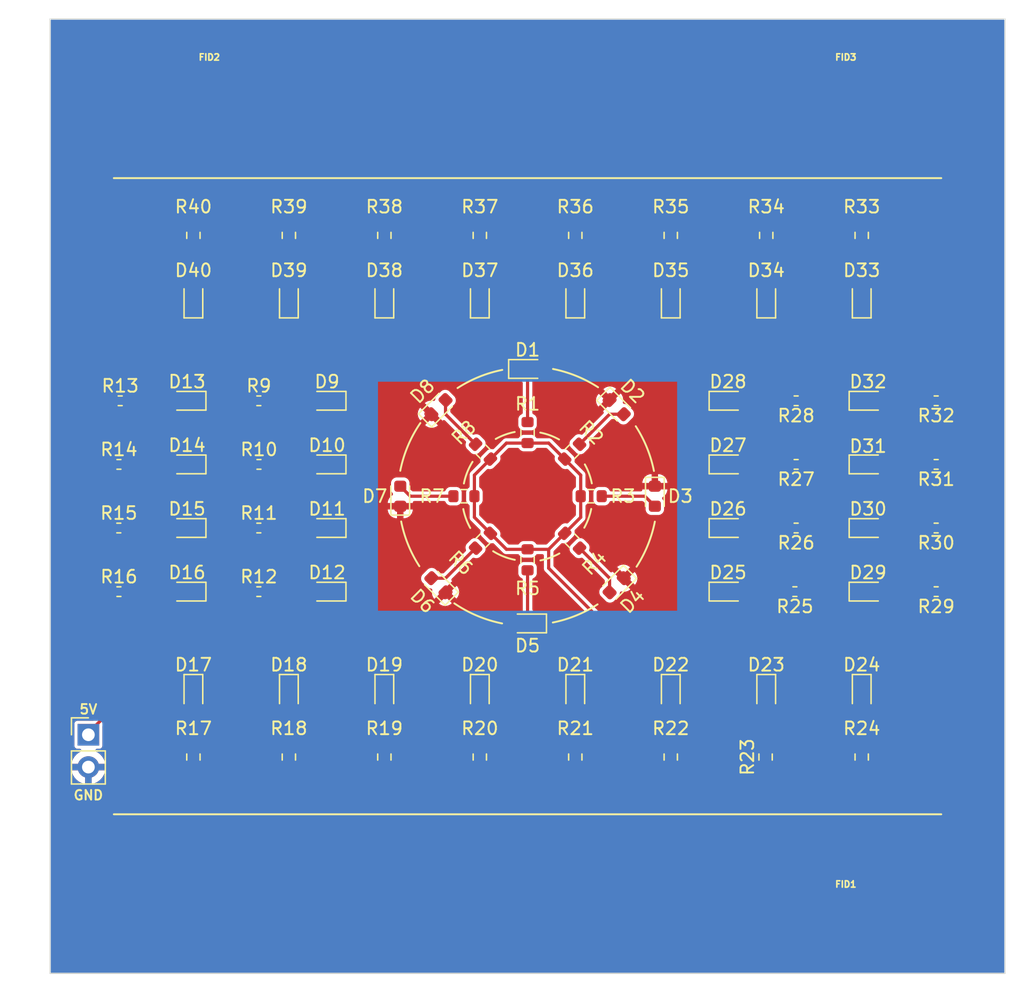
<source format=kicad_pcb>
(kicad_pcb (version 20221018) (generator pcbnew)

  (general
    (thickness 1.6)
  )

  (paper "A4")
  (layers
    (0 "F.Cu" signal)
    (31 "B.Cu" signal)
    (32 "B.Adhes" user "B.Adhesive")
    (33 "F.Adhes" user "F.Adhesive")
    (34 "B.Paste" user)
    (35 "F.Paste" user)
    (36 "B.SilkS" user "B.Silkscreen")
    (37 "F.SilkS" user "F.Silkscreen")
    (38 "B.Mask" user)
    (39 "F.Mask" user)
    (40 "Dwgs.User" user "User.Drawings")
    (41 "Cmts.User" user "User.Comments")
    (42 "Eco1.User" user "User.Eco1")
    (43 "Eco2.User" user "User.Eco2")
    (44 "Edge.Cuts" user)
    (45 "Margin" user)
    (46 "B.CrtYd" user "B.Courtyard")
    (47 "F.CrtYd" user "F.Courtyard")
    (48 "B.Fab" user)
    (49 "F.Fab" user)
    (50 "User.1" user)
    (51 "User.2" user)
    (52 "User.3" user)
    (53 "User.4" user)
    (54 "User.5" user)
    (55 "User.6" user)
    (56 "User.7" user)
    (57 "User.8" user)
    (58 "User.9" user)
  )

  (setup
    (stackup
      (layer "F.SilkS" (type "Top Silk Screen"))
      (layer "F.Paste" (type "Top Solder Paste"))
      (layer "F.Mask" (type "Top Solder Mask") (thickness 0.01))
      (layer "F.Cu" (type "copper") (thickness 0.035))
      (layer "dielectric 1" (type "core") (thickness 1.51) (material "FR4") (epsilon_r 4.5) (loss_tangent 0.02))
      (layer "B.Cu" (type "copper") (thickness 0.035))
      (layer "B.Mask" (type "Bottom Solder Mask") (thickness 0.01))
      (layer "B.Paste" (type "Bottom Solder Paste"))
      (layer "B.SilkS" (type "Bottom Silk Screen"))
      (copper_finish "None")
      (dielectric_constraints no)
    )
    (pad_to_mask_clearance 0)
    (pcbplotparams
      (layerselection 0x00010fc_ffffffff)
      (plot_on_all_layers_selection 0x0000000_00000000)
      (disableapertmacros false)
      (usegerberextensions false)
      (usegerberattributes true)
      (usegerberadvancedattributes true)
      (creategerberjobfile true)
      (dashed_line_dash_ratio 12.000000)
      (dashed_line_gap_ratio 3.000000)
      (svgprecision 6)
      (plotframeref false)
      (viasonmask false)
      (mode 1)
      (useauxorigin false)
      (hpglpennumber 1)
      (hpglpenspeed 20)
      (hpglpendiameter 15.000000)
      (dxfpolygonmode true)
      (dxfimperialunits true)
      (dxfusepcbnewfont true)
      (psnegative false)
      (psa4output false)
      (plotreference true)
      (plotvalue true)
      (plotinvisibletext false)
      (sketchpadsonfab false)
      (subtractmaskfromsilk false)
      (outputformat 1)
      (mirror false)
      (drillshape 0)
      (scaleselection 1)
      (outputdirectory "/tmp/droid/test-board")
    )
  )

  (net 0 "")
  (net 1 "GND")
  (net 2 "Net-(D1-A)")
  (net 3 "Net-(D2-A)")
  (net 4 "Net-(D3-A)")
  (net 5 "Net-(D4-A)")
  (net 6 "Net-(D5-A)")
  (net 7 "Net-(D6-A)")
  (net 8 "Net-(D7-A)")
  (net 9 "Net-(D8-A)")
  (net 10 "VDD")
  (net 11 "Net-(D9-A)")
  (net 12 "Net-(D10-A)")
  (net 13 "Net-(D11-A)")
  (net 14 "Net-(D12-A)")
  (net 15 "Net-(D13-A)")
  (net 16 "Net-(D14-A)")
  (net 17 "Net-(D15-A)")
  (net 18 "Net-(D16-A)")
  (net 19 "Net-(D17-A)")
  (net 20 "Net-(D18-A)")
  (net 21 "Net-(D19-A)")
  (net 22 "Net-(D20-A)")
  (net 23 "Net-(D21-A)")
  (net 24 "Net-(D22-A)")
  (net 25 "Net-(D23-A)")
  (net 26 "Net-(D24-A)")
  (net 27 "Net-(D25-A)")
  (net 28 "Net-(D26-A)")
  (net 29 "Net-(D27-A)")
  (net 30 "Net-(D28-A)")
  (net 31 "Net-(D29-A)")
  (net 32 "Net-(D30-A)")
  (net 33 "Net-(D31-A)")
  (net 34 "Net-(D32-A)")
  (net 35 "Net-(D33-A)")
  (net 36 "Net-(D34-A)")
  (net 37 "Net-(D35-A)")
  (net 38 "Net-(D36-A)")
  (net 39 "Net-(D37-A)")
  (net 40 "Net-(D38-A)")
  (net 41 "Net-(D39-A)")
  (net 42 "Net-(D40-A)")

  (footprint "LED_SMD:LED_0603_1608Metric" (layer "F.Cu") (at 56.25 -53 90))

  (footprint "LED_SMD:LED_0603_1608Metric" (layer "F.Cu") (at 53.25 -45))

  (footprint "Resistor_SMD:R_0603_1608Metric" (layer "F.Cu") (at 40.999966 -40.999987 45))

  (footprint "LED_SMD:LED_0603_1608Metric" (layer "F.Cu") (at 44.499966 -44.499987 -45))

  (footprint "Resistor_SMD:R_0603_1608Metric" (layer "F.Cu") (at 63.75 -17 90))

  (footprint "LED_SMD:LED_0603_1608Metric" (layer "F.Cu") (at 21.75 -35 180))

  (footprint "Resistor_SMD:R_0603_1608Metric" (layer "F.Cu") (at 42.499966 -37.499987))

  (footprint "LED_SMD:LED_0603_1608Metric" (layer "F.Cu") (at 30.499966 -44.499987 45))

  (footprint "Resistor_SMD:R_0603_1608Metric" (layer "F.Cu") (at 63.75 -58 -90))

  (footprint "LED_SMD:LED_0603_1608Metric" (layer "F.Cu") (at 41.25 -53 90))

  (footprint "Resistor_SMD:R_0603_1608Metric" (layer "F.Cu") (at 18.75 -17 90))

  (footprint "Resistor_SMD:R_0402_1005Metric" (layer "F.Cu") (at 58.6 -40 180))

  (footprint "LED_SMD:LED_0603_1608Metric" (layer "F.Cu") (at 10.75 -35 180))

  (footprint "Resistor_SMD:R_0402_1005Metric" (layer "F.Cu") (at 5.4 -40))

  (footprint "LED_SMD:LED_0603_1608Metric" (layer "F.Cu") (at 10.75 -30 180))

  (footprint "LED_SMD:LED_0603_1608Metric" (layer "F.Cu") (at 64.25 -40))

  (footprint "LED_SMD:LED_0603_1608Metric" (layer "F.Cu") (at 26.25 -22 -90))

  (footprint "LED_SMD:LED_0603_1608Metric" (layer "F.Cu") (at 30.499966 -30.499987 135))

  (footprint "Resistor_SMD:R_0402_1005Metric" (layer "F.Cu") (at 69.6 -35 180))

  (footprint "Resistor_SMD:R_0402_1005Metric" (layer "F.Cu") (at 58.6 -45 180))

  (footprint "LED_SMD:LED_0603_1608Metric" (layer "F.Cu") (at 53.25 -30))

  (footprint "Resistor_SMD:R_0603_1608Metric" (layer "F.Cu") (at 37.499966 -32.499987 -90))

  (footprint "Connector_PinHeader_2.54mm:PinHeader_1x02_P2.54mm_Vertical" (layer "F.Cu") (at 3 -18.75))

  (footprint "Resistor_SMD:R_0603_1608Metric" (layer "F.Cu") (at 33.999966 -33.999987 -135))

  (footprint "Resistor_SMD:R_0603_1608Metric" (layer "F.Cu") (at 33.75 -58 -90))

  (footprint "LED_SMD:LED_0603_1608Metric" (layer "F.Cu") (at 64.25 -35))

  (footprint "LED_SMD:LED_0603_1608Metric" (layer "F.Cu") (at 48.75 -22 -90))

  (footprint "Resistor_SMD:R_0402_1005Metric" (layer "F.Cu") (at 16.39 -45))

  (footprint "Resistor_SMD:R_0603_1608Metric" (layer "F.Cu") (at 26.25 -58 -90))

  (footprint "LED_SMD:LED_0603_1608Metric" (layer "F.Cu") (at 41.25 -22 -90))

  (footprint "LED_SMD:LED_0603_1608Metric" (layer "F.Cu") (at 64.25 -45))

  (footprint "LED_SMD:LED_0603_1608Metric" (layer "F.Cu") (at 33.75 -22 -90))

  (footprint "LED_SMD:LED_0603_1608Metric" (layer "F.Cu") (at 11.25 -22 -90))

  (footprint "Resistor_SMD:R_0402_1005Metric" (layer "F.Cu") (at 58.6 -35 180))

  (footprint "LED_SMD:LED_0603_1608Metric" (layer "F.Cu") (at 53.25 -35))

  (footprint "Resistor_SMD:R_0603_1608Metric" (layer "F.Cu") (at 40.999966 -33.999987 -45))

  (footprint "LED_SMD:LED_0603_1608Metric" (layer "F.Cu") (at 47.499966 -37.499987 -90))

  (footprint "Resistor_SMD:R_0402_1005Metric" (layer "F.Cu") (at 16.39 -35))

  (footprint "LED_SMD:LED_0603_1608Metric" (layer "F.Cu") (at 56.25 -22 -90))

  (footprint "LED_SMD:LED_0603_1608Metric" (layer "F.Cu") (at 48.75 -53 90))

  (footprint "Fiducial:Fiducial_1mm_Mask3mm" (layer "F.Cu") (at 62.5 -70))

  (footprint "Resistor_SMD:R_0603_1608Metric" (layer "F.Cu") (at 37.499966 -42.499987 90))

  (footprint "Resistor_SMD:R_0603_1608Metric" (layer "F.Cu") (at 41.25 -17 90))

  (footprint "Resistor_SMD:R_0603_1608Metric" (layer "F.Cu") (at 41.25 -58 -90))

  (footprint "Resistor_SMD:R_0402_1005Metric" (layer "F.Cu") (at 5.39 -35))

  (footprint "LED_SMD:LED_0603_1608Metric" (layer "F.Cu") (at 21.75 -40 180))

  (footprint "LED_SMD:LED_0603_1608Metric" (layer "F.Cu") (at 64.25 -30))

  (footprint "Resistor_SMD:R_0603_1608Metric" (layer "F.Cu") (at 26.25 -17 90))

  (footprint "LED_SMD:LED_0603_1608Metric" (layer "F.Cu") (at 63.75 -22 -90))

  (footprint "Resistor_SMD:R_0603_1608Metric" (layer "F.Cu") (at 11.25 -17 90))

  (footprint "LED_SMD:LED_0603_1608Metric" (layer "F.Cu") (at 27.499966 -37.499987 90))

  (footprint "LED_SMD:LED_0603_1608Metric" (layer "F.Cu") (at 18.75 -22 -90))

  (footprint "Resistor_SMD:R_0603_1608Metric" (layer "F.Cu") (at 18.75 -58 -90))

  (footprint "Resistor_SMD:R_0603_1608Metric" (layer "F.Cu") (at 48.75 -17 90))

  (footprint "LED_SMD:LED_0603_1608Metric" (layer "F.Cu") (at 10.75 -40 180))

  (footprint "LED_SMD:LED_0603_1608Metric" (layer "F.Cu") (at 37.499966 -27.499987 180))

  (footprint "LED_SMD:LED_0603_1608Metric" (layer "F.Cu")
    (tstamp a86cc026-cc17-4a81-85bf-4c26f61b9f32)
    (at 21.75 -30 180)
    (descr "LED SMD 0603 (1608 Metric), square (rectangular) end terminal, IPC_7351 nominal, (Body size source: http://www.tortai-tech.com/upload/download/2011102023233369053.pdf), generated with kicad-footprint-generator")
    (tags "LED")
    (property "Sheetfile" "ftp.kicad_sch")
    (property "Sheetname" "")
    (property "ki_description" "Light emitting diode, small symbol")
    (property "ki_keywords" "LED diode light-emitting-diode")
    (path "/ce7da26e-d8dc-46ac-ba09-478814a71674")
    (attr smd)
    (fp_text reference "D12" (at 0 1.5) (layer "F.SilkS")
        (effects (font (size 1 1) (thickness 0.15)))
      (tstamp 19a5aacd-255a-4bf3-89c1-efd2ab61016c)
    )
    (fp_text value "LED_Small" (at 0 1.43) (layer "F.Fab")
        (effects (font (size 1 1) (thickness 0.15)))
      (tstamp 9c2a29da-c83f-4ec8-bbcf-9d775812af04)
    )
    (fp_text user "${REFERENCE}" (at 0 0) (layer "F.Fab")
        (effects (font (size 0.4 0.4) (thickness 0.06)))
      (tstamp b500fd76-a613-4f44-aac4-99213e86ff44)
    )
    (fp_line (start -1.485 -0.735) (end -1.485 0.735)
      (stroke (width 0.12) (type solid)) (layer "F.SilkS") (tstamp bc05cdd5-f72f-4c21-b397-0fa889871114))
    (fp_line (start -1.485 0.735) (end 0.8 0.735)
      (stroke (width 0.12) (type solid)) (layer "F.SilkS") (tstamp 278deae2-fb37-4957-b2cb-afac30cacb12))
    (fp_line (start 0.8 -0.735) (end -1.485 -0.735)
      (stroke (width 0.12) (type solid)) (layer "F.SilkS") (tstamp b4fbe1fb-a9a3-4020-9a82-d3fa1900cd85))
    (fp_line (start -1.48 -0.73) (end 1.48 -0.73)
      (stroke (width 0.05) (type solid)) (layer "F.CrtYd") (tstamp 70186eba-dcad-4878-bf16-887f6eee49df))
    (fp_line (start -1.48 0.73) (end -1.48 -0.73)
      (stroke (width 0.05) (type solid)) (layer "F.CrtYd") (tstamp 31070a40-077c-4123-96dd-e39f8a0007ce))
    (fp_line (start 1.48 -0.73) (end 1.48 
... [372449 chars truncated]
</source>
